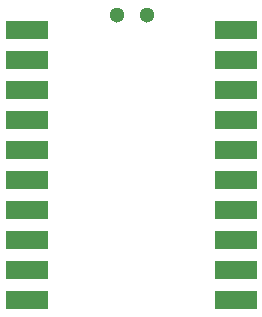
<source format=gbr>
%TF.GenerationSoftware,KiCad,Pcbnew,9.0.0*%
%TF.CreationDate,2025-03-09T20:22:17+09:00*%
%TF.ProjectId,hotdoggu_slimeVR_PCB,686f7464-6f67-4677-955f-736c696d6556,rev?*%
%TF.SameCoordinates,Original*%
%TF.FileFunction,Paste,Top*%
%TF.FilePolarity,Positive*%
%FSLAX46Y46*%
G04 Gerber Fmt 4.6, Leading zero omitted, Abs format (unit mm)*
G04 Created by KiCad (PCBNEW 9.0.0) date 2025-03-09 20:22:17*
%MOMM*%
%LPD*%
G01*
G04 APERTURE LIST*
G04 Aperture macros list*
%AMRoundRect*
0 Rectangle with rounded corners*
0 $1 Rounding radius*
0 $2 $3 $4 $5 $6 $7 $8 $9 X,Y pos of 4 corners*
0 Add a 4 corners polygon primitive as box body*
4,1,4,$2,$3,$4,$5,$6,$7,$8,$9,$2,$3,0*
0 Add four circle primitives for the rounded corners*
1,1,$1+$1,$2,$3*
1,1,$1+$1,$4,$5*
1,1,$1+$1,$6,$7*
1,1,$1+$1,$8,$9*
0 Add four rect primitives between the rounded corners*
20,1,$1+$1,$2,$3,$4,$5,0*
20,1,$1+$1,$4,$5,$6,$7,0*
20,1,$1+$1,$6,$7,$8,$9,0*
20,1,$1+$1,$8,$9,$2,$3,0*%
G04 Aperture macros list end*
%ADD10RoundRect,0.080000X-1.670000X-0.720000X1.670000X-0.720000X1.670000X0.720000X-1.670000X0.720000X0*%
%ADD11C,1.300000*%
G04 APERTURE END LIST*
D10*
%TO.C,U1*%
X146250000Y-47100000D03*
X146250000Y-49640000D03*
X146250000Y-52180000D03*
X146250000Y-54720000D03*
X146250000Y-57260000D03*
X146250000Y-59800000D03*
X146250000Y-62340000D03*
X146250000Y-64880000D03*
X146250000Y-67420000D03*
X146250000Y-69960000D03*
X163930000Y-47140000D03*
X163930000Y-49680000D03*
X163930000Y-52220000D03*
X163930000Y-54760000D03*
X163930000Y-57300000D03*
X163930000Y-59840000D03*
X163930000Y-62380000D03*
X163930000Y-64920000D03*
X163930000Y-67460000D03*
X163930000Y-70000000D03*
D11*
X156380000Y-45880000D03*
X153840000Y-45880000D03*
%TD*%
M02*

</source>
